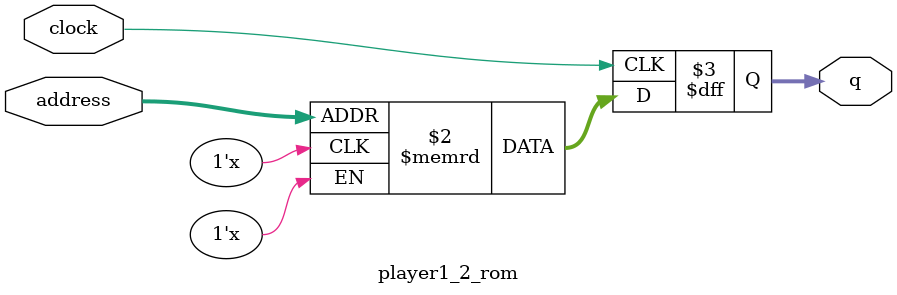
<source format=sv>
module player1_2_rom (
	input logic clock,
	input logic [11:0] address,
	output logic [2:0] q
);

logic [2:0] memory [0:2999] /* synthesis ram_init_file = "./player1_2/player1_2.COE" */;

always_ff @ (posedge clock) begin
	q <= memory[address];
end

endmodule

</source>
